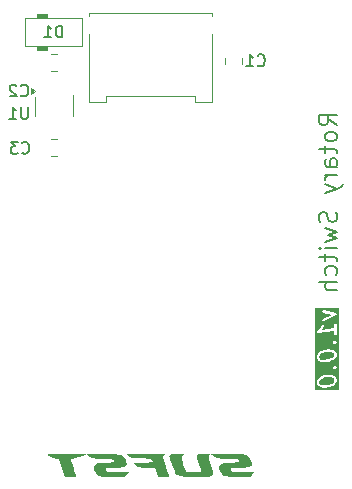
<source format=gbr>
%TF.GenerationSoftware,KiCad,Pcbnew,9.0.4*%
%TF.CreationDate,2026-01-27T14:59:29+00:00*%
%TF.ProjectId,rotary-switch,726f7461-7279-42d7-9377-697463682e6b,rev?*%
%TF.SameCoordinates,Original*%
%TF.FileFunction,Legend,Bot*%
%TF.FilePolarity,Positive*%
%FSLAX46Y46*%
G04 Gerber Fmt 4.6, Leading zero omitted, Abs format (unit mm)*
G04 Created by KiCad (PCBNEW 9.0.4) date 2026-01-27 14:59:29*
%MOMM*%
%LPD*%
G01*
G04 APERTURE LIST*
%ADD10C,0.200000*%
%ADD11C,0.150000*%
%ADD12C,0.120000*%
%ADD13C,0.000000*%
%ADD14C,0.100000*%
G04 APERTURE END LIST*
D10*
X126956027Y-43195862D02*
X126241741Y-42695862D01*
X126956027Y-42338719D02*
X125456027Y-42338719D01*
X125456027Y-42338719D02*
X125456027Y-42910148D01*
X125456027Y-42910148D02*
X125527456Y-43053005D01*
X125527456Y-43053005D02*
X125598884Y-43124434D01*
X125598884Y-43124434D02*
X125741741Y-43195862D01*
X125741741Y-43195862D02*
X125956027Y-43195862D01*
X125956027Y-43195862D02*
X126098884Y-43124434D01*
X126098884Y-43124434D02*
X126170313Y-43053005D01*
X126170313Y-43053005D02*
X126241741Y-42910148D01*
X126241741Y-42910148D02*
X126241741Y-42338719D01*
X126956027Y-44053005D02*
X126884599Y-43910148D01*
X126884599Y-43910148D02*
X126813170Y-43838719D01*
X126813170Y-43838719D02*
X126670313Y-43767291D01*
X126670313Y-43767291D02*
X126241741Y-43767291D01*
X126241741Y-43767291D02*
X126098884Y-43838719D01*
X126098884Y-43838719D02*
X126027456Y-43910148D01*
X126027456Y-43910148D02*
X125956027Y-44053005D01*
X125956027Y-44053005D02*
X125956027Y-44267291D01*
X125956027Y-44267291D02*
X126027456Y-44410148D01*
X126027456Y-44410148D02*
X126098884Y-44481577D01*
X126098884Y-44481577D02*
X126241741Y-44553005D01*
X126241741Y-44553005D02*
X126670313Y-44553005D01*
X126670313Y-44553005D02*
X126813170Y-44481577D01*
X126813170Y-44481577D02*
X126884599Y-44410148D01*
X126884599Y-44410148D02*
X126956027Y-44267291D01*
X126956027Y-44267291D02*
X126956027Y-44053005D01*
X125956027Y-44981577D02*
X125956027Y-45553005D01*
X125456027Y-45195862D02*
X126741741Y-45195862D01*
X126741741Y-45195862D02*
X126884599Y-45267291D01*
X126884599Y-45267291D02*
X126956027Y-45410148D01*
X126956027Y-45410148D02*
X126956027Y-45553005D01*
X126956027Y-46695863D02*
X126170313Y-46695863D01*
X126170313Y-46695863D02*
X126027456Y-46624434D01*
X126027456Y-46624434D02*
X125956027Y-46481577D01*
X125956027Y-46481577D02*
X125956027Y-46195863D01*
X125956027Y-46195863D02*
X126027456Y-46053005D01*
X126884599Y-46695863D02*
X126956027Y-46553005D01*
X126956027Y-46553005D02*
X126956027Y-46195863D01*
X126956027Y-46195863D02*
X126884599Y-46053005D01*
X126884599Y-46053005D02*
X126741741Y-45981577D01*
X126741741Y-45981577D02*
X126598884Y-45981577D01*
X126598884Y-45981577D02*
X126456027Y-46053005D01*
X126456027Y-46053005D02*
X126384599Y-46195863D01*
X126384599Y-46195863D02*
X126384599Y-46553005D01*
X126384599Y-46553005D02*
X126313170Y-46695863D01*
X126956027Y-47410148D02*
X125956027Y-47410148D01*
X126241741Y-47410148D02*
X126098884Y-47481577D01*
X126098884Y-47481577D02*
X126027456Y-47553006D01*
X126027456Y-47553006D02*
X125956027Y-47695863D01*
X125956027Y-47695863D02*
X125956027Y-47838720D01*
X125956027Y-48195862D02*
X126956027Y-48553005D01*
X125956027Y-48910148D02*
X126956027Y-48553005D01*
X126956027Y-48553005D02*
X127313170Y-48410148D01*
X127313170Y-48410148D02*
X127384599Y-48338719D01*
X127384599Y-48338719D02*
X127456027Y-48195862D01*
X126884599Y-50553005D02*
X126956027Y-50767291D01*
X126956027Y-50767291D02*
X126956027Y-51124433D01*
X126956027Y-51124433D02*
X126884599Y-51267291D01*
X126884599Y-51267291D02*
X126813170Y-51338719D01*
X126813170Y-51338719D02*
X126670313Y-51410148D01*
X126670313Y-51410148D02*
X126527456Y-51410148D01*
X126527456Y-51410148D02*
X126384599Y-51338719D01*
X126384599Y-51338719D02*
X126313170Y-51267291D01*
X126313170Y-51267291D02*
X126241741Y-51124433D01*
X126241741Y-51124433D02*
X126170313Y-50838719D01*
X126170313Y-50838719D02*
X126098884Y-50695862D01*
X126098884Y-50695862D02*
X126027456Y-50624433D01*
X126027456Y-50624433D02*
X125884599Y-50553005D01*
X125884599Y-50553005D02*
X125741741Y-50553005D01*
X125741741Y-50553005D02*
X125598884Y-50624433D01*
X125598884Y-50624433D02*
X125527456Y-50695862D01*
X125527456Y-50695862D02*
X125456027Y-50838719D01*
X125456027Y-50838719D02*
X125456027Y-51195862D01*
X125456027Y-51195862D02*
X125527456Y-51410148D01*
X125956027Y-51910147D02*
X126956027Y-52195862D01*
X126956027Y-52195862D02*
X126241741Y-52481576D01*
X126241741Y-52481576D02*
X126956027Y-52767290D01*
X126956027Y-52767290D02*
X125956027Y-53053004D01*
X126956027Y-53624433D02*
X125956027Y-53624433D01*
X125456027Y-53624433D02*
X125527456Y-53553005D01*
X125527456Y-53553005D02*
X125598884Y-53624433D01*
X125598884Y-53624433D02*
X125527456Y-53695862D01*
X125527456Y-53695862D02*
X125456027Y-53624433D01*
X125456027Y-53624433D02*
X125598884Y-53624433D01*
X125956027Y-54124434D02*
X125956027Y-54695862D01*
X125456027Y-54338719D02*
X126741741Y-54338719D01*
X126741741Y-54338719D02*
X126884599Y-54410148D01*
X126884599Y-54410148D02*
X126956027Y-54553005D01*
X126956027Y-54553005D02*
X126956027Y-54695862D01*
X126884599Y-55838720D02*
X126956027Y-55695862D01*
X126956027Y-55695862D02*
X126956027Y-55410148D01*
X126956027Y-55410148D02*
X126884599Y-55267291D01*
X126884599Y-55267291D02*
X126813170Y-55195862D01*
X126813170Y-55195862D02*
X126670313Y-55124434D01*
X126670313Y-55124434D02*
X126241741Y-55124434D01*
X126241741Y-55124434D02*
X126098884Y-55195862D01*
X126098884Y-55195862D02*
X126027456Y-55267291D01*
X126027456Y-55267291D02*
X125956027Y-55410148D01*
X125956027Y-55410148D02*
X125956027Y-55695862D01*
X125956027Y-55695862D02*
X126027456Y-55838720D01*
X126956027Y-56481576D02*
X125456027Y-56481576D01*
X126956027Y-57124434D02*
X126170313Y-57124434D01*
X126170313Y-57124434D02*
X126027456Y-57053005D01*
X126027456Y-57053005D02*
X125956027Y-56910148D01*
X125956027Y-56910148D02*
X125956027Y-56695862D01*
X125956027Y-56695862D02*
X126027456Y-56553005D01*
X126027456Y-56553005D02*
X126098884Y-56481576D01*
G36*
X126546226Y-64541844D02*
G01*
X126661017Y-64584891D01*
X126704977Y-64623355D01*
X126756028Y-64719076D01*
X126756028Y-64814580D01*
X126700266Y-64933075D01*
X126647980Y-64991896D01*
X126525813Y-65068250D01*
X126260513Y-65167738D01*
X125927457Y-65209370D01*
X125665827Y-65176666D01*
X125551038Y-65133620D01*
X125507080Y-65095156D01*
X125456028Y-64999434D01*
X125456028Y-64903931D01*
X125511791Y-64785434D01*
X125564074Y-64726615D01*
X125686239Y-64650262D01*
X125951544Y-64550773D01*
X126284600Y-64509141D01*
X126546226Y-64541844D01*
G37*
G36*
X126546226Y-62398987D02*
G01*
X126661017Y-62442034D01*
X126704977Y-62480498D01*
X126756028Y-62576219D01*
X126756028Y-62671723D01*
X126700266Y-62790218D01*
X126647980Y-62849039D01*
X126525813Y-62925393D01*
X126260513Y-63024881D01*
X125927457Y-63066513D01*
X125665827Y-63033809D01*
X125551038Y-62990763D01*
X125507080Y-62952299D01*
X125456028Y-62856577D01*
X125456028Y-62761074D01*
X125511791Y-62642577D01*
X125564074Y-62583758D01*
X125686239Y-62507405D01*
X125951544Y-62407916D01*
X126284600Y-62366284D01*
X126546226Y-62398987D01*
G37*
G36*
X127122695Y-65576557D02*
G01*
X125089361Y-65576557D01*
X125089361Y-64881577D01*
X125256028Y-64881577D01*
X125256028Y-65024434D01*
X125257949Y-65043943D01*
X125259829Y-65048483D01*
X125260307Y-65053375D01*
X125267793Y-65071493D01*
X125339222Y-65205422D01*
X125347311Y-65217553D01*
X125348189Y-65219328D01*
X125349244Y-65220451D01*
X125350097Y-65221731D01*
X125351622Y-65222984D01*
X125361606Y-65233620D01*
X125433035Y-65296121D01*
X125444688Y-65304452D01*
X125446181Y-65305847D01*
X125447647Y-65306568D01*
X125448982Y-65307522D01*
X125450923Y-65308178D01*
X125463773Y-65314496D01*
X125606630Y-65368067D01*
X125609184Y-65368748D01*
X125610218Y-65369336D01*
X125617942Y-65371083D01*
X125625571Y-65373118D01*
X125626755Y-65373077D01*
X125629338Y-65373662D01*
X125915054Y-65409377D01*
X125918750Y-65409473D01*
X125920264Y-65409890D01*
X125927457Y-65409701D01*
X125934650Y-65409890D01*
X125936163Y-65409473D01*
X125939861Y-65409377D01*
X126297003Y-65364734D01*
X126299585Y-65364149D01*
X126300771Y-65364190D01*
X126308405Y-65362154D01*
X126316123Y-65360408D01*
X126317155Y-65359820D01*
X126319712Y-65359139D01*
X126605427Y-65251996D01*
X126605635Y-65251893D01*
X126605752Y-65251874D01*
X126614397Y-65247585D01*
X126623019Y-65243347D01*
X126623104Y-65243266D01*
X126623314Y-65243163D01*
X126766171Y-65153877D01*
X126771405Y-65149841D01*
X126773515Y-65148819D01*
X126777452Y-65145179D01*
X126781697Y-65141908D01*
X126783057Y-65140000D01*
X126787912Y-65135514D01*
X126859340Y-65055157D01*
X126863288Y-65049725D01*
X126865037Y-65048134D01*
X126867750Y-65043585D01*
X126870866Y-65039300D01*
X126871641Y-65037065D01*
X126875082Y-65031299D01*
X126946510Y-64879513D01*
X126953079Y-64861043D01*
X126953191Y-64858652D01*
X126954107Y-64856443D01*
X126956028Y-64836934D01*
X126956028Y-64694077D01*
X126954107Y-64674568D01*
X126952226Y-64670027D01*
X126951749Y-64665136D01*
X126944263Y-64647018D01*
X126872835Y-64513090D01*
X126864741Y-64500952D01*
X126863867Y-64499183D01*
X126862815Y-64498062D01*
X126861960Y-64496780D01*
X126860430Y-64495522D01*
X126850450Y-64484891D01*
X126779021Y-64422391D01*
X126767371Y-64414062D01*
X126765876Y-64412665D01*
X126764405Y-64411942D01*
X126763074Y-64410990D01*
X126761135Y-64410334D01*
X126748284Y-64404016D01*
X126605427Y-64350444D01*
X126602869Y-64349761D01*
X126601837Y-64349175D01*
X126594121Y-64347429D01*
X126586485Y-64345393D01*
X126585299Y-64345433D01*
X126582717Y-64344849D01*
X126297003Y-64309135D01*
X126293306Y-64309038D01*
X126291793Y-64308622D01*
X126284599Y-64308810D01*
X126277407Y-64308622D01*
X126275893Y-64309038D01*
X126272196Y-64309135D01*
X125915053Y-64353778D01*
X125912470Y-64354362D01*
X125911286Y-64354322D01*
X125903657Y-64356356D01*
X125895933Y-64358104D01*
X125894899Y-64358691D01*
X125892345Y-64359373D01*
X125606630Y-64466516D01*
X125606418Y-64466619D01*
X125606304Y-64466639D01*
X125597719Y-64470896D01*
X125589037Y-64475165D01*
X125588951Y-64475245D01*
X125588742Y-64475349D01*
X125445885Y-64564634D01*
X125440648Y-64568671D01*
X125438541Y-64569693D01*
X125434605Y-64573329D01*
X125430360Y-64576603D01*
X125428999Y-64578510D01*
X125424144Y-64582998D01*
X125352716Y-64663355D01*
X125348768Y-64668785D01*
X125347020Y-64670377D01*
X125344303Y-64674930D01*
X125341191Y-64679212D01*
X125340417Y-64681442D01*
X125336975Y-64687211D01*
X125265546Y-64838997D01*
X125258977Y-64857467D01*
X125258864Y-64859858D01*
X125257949Y-64862068D01*
X125256028Y-64881577D01*
X125089361Y-64881577D01*
X125089361Y-63704741D01*
X126613430Y-63704741D01*
X126615450Y-63720907D01*
X126616407Y-63737168D01*
X126616580Y-63737525D01*
X126616607Y-63737924D01*
X126617905Y-63740549D01*
X126618269Y-63743457D01*
X126626319Y-63757614D01*
X126633429Y-63772278D01*
X126633728Y-63772544D01*
X126633904Y-63772899D01*
X126636713Y-63775892D01*
X126637557Y-63777375D01*
X126639589Y-63778956D01*
X126647321Y-63787192D01*
X126718750Y-63849692D01*
X126733501Y-63860238D01*
X126734021Y-63860700D01*
X126734266Y-63860785D01*
X126734697Y-63861093D01*
X126752831Y-63867225D01*
X126770884Y-63873489D01*
X126771281Y-63873465D01*
X126771658Y-63873593D01*
X126790674Y-63872324D01*
X126809835Y-63871198D01*
X126810195Y-63871023D01*
X126810590Y-63870997D01*
X126827672Y-63862549D01*
X126844944Y-63854175D01*
X126845332Y-63853815D01*
X126845565Y-63853701D01*
X126846021Y-63853178D01*
X126859341Y-63840870D01*
X126930769Y-63760513D01*
X126942295Y-63744655D01*
X126942424Y-63744280D01*
X126942687Y-63743981D01*
X126943626Y-63741203D01*
X126945424Y-63738892D01*
X126949743Y-63723183D01*
X126955083Y-63707793D01*
X126955059Y-63707395D01*
X126955187Y-63707019D01*
X126954992Y-63704098D01*
X126955770Y-63701270D01*
X126953747Y-63685094D01*
X126952792Y-63668842D01*
X126952618Y-63668483D01*
X126952592Y-63668088D01*
X126951293Y-63665462D01*
X126950930Y-63662553D01*
X126942876Y-63648391D01*
X126935769Y-63633732D01*
X126935472Y-63633468D01*
X126935296Y-63633112D01*
X126932483Y-63630116D01*
X126931642Y-63628636D01*
X126929611Y-63627056D01*
X126921879Y-63618820D01*
X126850451Y-63556320D01*
X126835694Y-63545769D01*
X126835179Y-63545311D01*
X126834935Y-63545226D01*
X126834504Y-63544918D01*
X126816349Y-63538778D01*
X126798316Y-63532522D01*
X126797918Y-63532545D01*
X126797542Y-63532418D01*
X126778397Y-63533694D01*
X126759365Y-63534814D01*
X126759009Y-63534986D01*
X126758610Y-63535013D01*
X126741373Y-63543536D01*
X126724256Y-63551836D01*
X126723869Y-63552192D01*
X126723635Y-63552309D01*
X126723173Y-63552836D01*
X126709859Y-63565141D01*
X126638430Y-63645497D01*
X126626905Y-63661355D01*
X126626774Y-63661730D01*
X126626512Y-63662031D01*
X126625573Y-63664807D01*
X126623775Y-63667119D01*
X126619456Y-63682825D01*
X126614116Y-63698218D01*
X126614139Y-63698616D01*
X126614012Y-63698993D01*
X126614206Y-63701915D01*
X126613430Y-63704741D01*
X125089361Y-63704741D01*
X125089361Y-62738720D01*
X125256028Y-62738720D01*
X125256028Y-62881577D01*
X125257949Y-62901086D01*
X125259829Y-62905626D01*
X125260307Y-62910518D01*
X125267793Y-62928636D01*
X125339222Y-63062565D01*
X125347311Y-63074696D01*
X125348189Y-63076471D01*
X125349244Y-63077594D01*
X125350097Y-63078874D01*
X125351622Y-63080127D01*
X125361606Y-63090763D01*
X125433035Y-63153264D01*
X125444688Y-63161595D01*
X125446181Y-63162990D01*
X125447647Y-63163711D01*
X125448982Y-63164665D01*
X125450923Y-63165321D01*
X125463773Y-63171639D01*
X125606630Y-63225210D01*
X125609184Y-63225891D01*
X125610218Y-63226479D01*
X125617942Y-63228226D01*
X125625571Y-63230261D01*
X125626755Y-63230220D01*
X125629338Y-63230805D01*
X125915054Y-63266520D01*
X125918750Y-63266616D01*
X125920264Y-63267033D01*
X125927457Y-63266844D01*
X125934650Y-63267033D01*
X125936163Y-63266616D01*
X125939861Y-63266520D01*
X126297003Y-63221877D01*
X126299585Y-63221292D01*
X126300771Y-63221333D01*
X126308405Y-63219297D01*
X126316123Y-63217551D01*
X126317155Y-63216963D01*
X126319712Y-63216282D01*
X126605427Y-63109139D01*
X126605635Y-63109036D01*
X126605752Y-63109017D01*
X126614397Y-63104728D01*
X126623019Y-63100490D01*
X126623104Y-63100409D01*
X126623314Y-63100306D01*
X126766171Y-63011020D01*
X126771405Y-63006984D01*
X126773515Y-63005962D01*
X126777452Y-63002322D01*
X126781697Y-62999051D01*
X126783057Y-62997143D01*
X126787912Y-62992657D01*
X126859340Y-62912300D01*
X126863288Y-62906868D01*
X126865037Y-62905277D01*
X126867750Y-62900728D01*
X126870866Y-62896443D01*
X126871641Y-62894208D01*
X126875082Y-62888442D01*
X126946510Y-62736656D01*
X126953079Y-62718186D01*
X126953191Y-62715795D01*
X126954107Y-62713586D01*
X126956028Y-62694077D01*
X126956028Y-62551220D01*
X126954107Y-62531711D01*
X126952226Y-62527170D01*
X126951749Y-62522279D01*
X126944263Y-62504161D01*
X126872835Y-62370233D01*
X126864741Y-62358095D01*
X126863867Y-62356326D01*
X126862815Y-62355205D01*
X126861960Y-62353923D01*
X126860430Y-62352665D01*
X126850450Y-62342034D01*
X126779021Y-62279534D01*
X126767371Y-62271205D01*
X126765876Y-62269808D01*
X126764405Y-62269085D01*
X126763074Y-62268133D01*
X126761135Y-62267477D01*
X126748284Y-62261159D01*
X126605427Y-62207587D01*
X126602869Y-62206904D01*
X126601837Y-62206318D01*
X126594121Y-62204572D01*
X126586485Y-62202536D01*
X126585299Y-62202576D01*
X126582717Y-62201992D01*
X126297003Y-62166278D01*
X126293306Y-62166181D01*
X126291793Y-62165765D01*
X126284599Y-62165953D01*
X126277407Y-62165765D01*
X126275893Y-62166181D01*
X126272196Y-62166278D01*
X125915053Y-62210921D01*
X125912470Y-62211505D01*
X125911286Y-62211465D01*
X125903657Y-62213499D01*
X125895933Y-62215247D01*
X125894899Y-62215834D01*
X125892345Y-62216516D01*
X125606630Y-62323659D01*
X125606418Y-62323762D01*
X125606304Y-62323782D01*
X125597719Y-62328039D01*
X125589037Y-62332308D01*
X125588951Y-62332388D01*
X125588742Y-62332492D01*
X125445885Y-62421777D01*
X125440648Y-62425814D01*
X125438541Y-62426836D01*
X125434605Y-62430472D01*
X125430360Y-62433746D01*
X125428999Y-62435653D01*
X125424144Y-62440141D01*
X125352716Y-62520498D01*
X125348768Y-62525928D01*
X125347020Y-62527520D01*
X125344303Y-62532073D01*
X125341191Y-62536355D01*
X125340417Y-62538585D01*
X125336975Y-62544354D01*
X125265546Y-62696140D01*
X125258977Y-62714610D01*
X125258864Y-62717001D01*
X125257949Y-62719211D01*
X125256028Y-62738720D01*
X125089361Y-62738720D01*
X125089361Y-61561884D01*
X126613430Y-61561884D01*
X126615450Y-61578050D01*
X126616407Y-61594311D01*
X126616580Y-61594668D01*
X126616607Y-61595067D01*
X126617905Y-61597692D01*
X126618269Y-61600600D01*
X126626319Y-61614757D01*
X126633429Y-61629421D01*
X126633728Y-61629687D01*
X126633904Y-61630042D01*
X126636713Y-61633035D01*
X126637557Y-61634518D01*
X126639589Y-61636099D01*
X126647321Y-61644335D01*
X126718750Y-61706835D01*
X126733501Y-61717381D01*
X126734021Y-61717843D01*
X126734266Y-61717928D01*
X126734697Y-61718236D01*
X126752831Y-61724368D01*
X126770884Y-61730632D01*
X126771281Y-61730608D01*
X126771658Y-61730736D01*
X126790674Y-61729467D01*
X126809835Y-61728341D01*
X126810195Y-61728166D01*
X126810590Y-61728140D01*
X126827672Y-61719692D01*
X126844944Y-61711318D01*
X126845332Y-61710958D01*
X126845565Y-61710844D01*
X126846021Y-61710321D01*
X126859341Y-61698013D01*
X126930769Y-61617656D01*
X126942295Y-61601798D01*
X126942424Y-61601423D01*
X126942687Y-61601124D01*
X126943626Y-61598346D01*
X126945424Y-61596035D01*
X126949743Y-61580326D01*
X126955083Y-61564936D01*
X126955059Y-61564538D01*
X126955187Y-61564162D01*
X126954992Y-61561241D01*
X126955770Y-61558413D01*
X126953747Y-61542237D01*
X126952792Y-61525985D01*
X126952618Y-61525626D01*
X126952592Y-61525231D01*
X126951293Y-61522605D01*
X126950930Y-61519696D01*
X126942876Y-61505534D01*
X126935769Y-61490875D01*
X126935472Y-61490611D01*
X126935296Y-61490255D01*
X126932483Y-61487259D01*
X126931642Y-61485779D01*
X126929611Y-61484199D01*
X126921879Y-61475963D01*
X126850451Y-61413463D01*
X126835694Y-61402912D01*
X126835179Y-61402454D01*
X126834935Y-61402369D01*
X126834504Y-61402061D01*
X126816349Y-61395921D01*
X126798316Y-61389665D01*
X126797918Y-61389688D01*
X126797542Y-61389561D01*
X126778397Y-61390837D01*
X126759365Y-61391957D01*
X126759009Y-61392129D01*
X126758610Y-61392156D01*
X126741373Y-61400679D01*
X126724256Y-61408979D01*
X126723869Y-61409335D01*
X126723635Y-61409452D01*
X126723173Y-61409979D01*
X126709859Y-61422284D01*
X126638430Y-61502640D01*
X126626905Y-61518498D01*
X126626774Y-61518873D01*
X126626512Y-61519174D01*
X126625573Y-61521950D01*
X126623775Y-61524262D01*
X126619456Y-61539968D01*
X126614116Y-61555361D01*
X126614139Y-61555759D01*
X126614012Y-61556136D01*
X126614206Y-61559058D01*
X126613430Y-61561884D01*
X125089361Y-61561884D01*
X125089361Y-60660099D01*
X125256287Y-60660099D01*
X125257239Y-60667718D01*
X125256353Y-60675342D01*
X125259635Y-60686892D01*
X125261126Y-60698816D01*
X125264921Y-60705490D01*
X125267020Y-60712874D01*
X125274477Y-60722293D01*
X125280414Y-60732733D01*
X125286472Y-60737445D01*
X125291239Y-60743466D01*
X125301733Y-60749314D01*
X125311213Y-60756688D01*
X125318614Y-60758723D01*
X125325321Y-60762461D01*
X125337252Y-60763848D01*
X125348835Y-60767033D01*
X125361739Y-60766695D01*
X125364078Y-60766967D01*
X125365368Y-60766600D01*
X125368431Y-60766520D01*
X126756028Y-60593070D01*
X126756028Y-60908363D01*
X126757949Y-60927872D01*
X126772881Y-60963920D01*
X126800471Y-60991510D01*
X126836519Y-61006442D01*
X126875537Y-61006442D01*
X126911585Y-60991510D01*
X126939175Y-60963920D01*
X126954107Y-60927872D01*
X126956028Y-60908363D01*
X126956028Y-60051220D01*
X126954107Y-60031711D01*
X126939175Y-59995663D01*
X126911585Y-59968073D01*
X126875537Y-59953141D01*
X126836519Y-59953141D01*
X126800471Y-59968073D01*
X126772881Y-59995663D01*
X126757949Y-60031711D01*
X126756028Y-60051220D01*
X126756028Y-60391513D01*
X125678755Y-60526172D01*
X125787912Y-60403372D01*
X125791860Y-60397939D01*
X125793608Y-60396349D01*
X125796323Y-60391797D01*
X125799437Y-60387514D01*
X125800210Y-60385283D01*
X125803653Y-60379515D01*
X125875082Y-60227729D01*
X125881651Y-60209259D01*
X125883489Y-60170284D01*
X125870273Y-60133572D01*
X125844014Y-60104712D01*
X125808710Y-60088099D01*
X125769735Y-60086260D01*
X125733023Y-60099476D01*
X125704163Y-60125735D01*
X125694118Y-60142569D01*
X125628836Y-60281291D01*
X125501386Y-60424672D01*
X125293958Y-60588887D01*
X125291754Y-60591013D01*
X125290587Y-60591678D01*
X125289140Y-60593537D01*
X125279854Y-60602503D01*
X125274005Y-60612997D01*
X125266632Y-60622477D01*
X125264596Y-60629878D01*
X125260859Y-60636585D01*
X125259471Y-60648516D01*
X125256287Y-60660099D01*
X125089361Y-60660099D01*
X125089361Y-58958760D01*
X125756078Y-58958760D01*
X125762472Y-58997251D01*
X125783108Y-59030365D01*
X125814846Y-59053062D01*
X125833415Y-59059345D01*
X126556881Y-59227292D01*
X125812598Y-59586143D01*
X125795859Y-59596346D01*
X125769873Y-59625452D01*
X125757003Y-59662287D01*
X125759209Y-59701242D01*
X125776154Y-59736389D01*
X125805260Y-59762375D01*
X125842095Y-59775245D01*
X125881050Y-59773039D01*
X125899458Y-59766297D01*
X126899458Y-59284155D01*
X126916197Y-59273952D01*
X126919830Y-59269882D01*
X126924459Y-59266998D01*
X126932722Y-59255442D01*
X126942183Y-59244846D01*
X126943982Y-59239697D01*
X126947155Y-59235260D01*
X126950367Y-59221420D01*
X126955053Y-59208011D01*
X126954744Y-59202565D01*
X126955978Y-59197253D01*
X126953651Y-59183243D01*
X126952848Y-59169055D01*
X126950478Y-59164140D01*
X126949585Y-59158762D01*
X126942074Y-59146710D01*
X126935902Y-59133909D01*
X126931831Y-59130274D01*
X126928948Y-59125648D01*
X126917394Y-59117385D01*
X126906796Y-59107923D01*
X126901648Y-59106124D01*
X126897211Y-59102951D01*
X126878641Y-59096668D01*
X125878641Y-58864525D01*
X125859203Y-58861985D01*
X125820712Y-58868379D01*
X125787598Y-58889015D01*
X125764901Y-58920753D01*
X125756078Y-58958760D01*
X125089361Y-58958760D01*
X125089361Y-58695318D01*
X127122695Y-58695318D01*
X127122695Y-65576557D01*
G37*
D11*
X120266666Y-38109580D02*
X120314285Y-38157200D01*
X120314285Y-38157200D02*
X120457142Y-38204819D01*
X120457142Y-38204819D02*
X120552380Y-38204819D01*
X120552380Y-38204819D02*
X120695237Y-38157200D01*
X120695237Y-38157200D02*
X120790475Y-38061961D01*
X120790475Y-38061961D02*
X120838094Y-37966723D01*
X120838094Y-37966723D02*
X120885713Y-37776247D01*
X120885713Y-37776247D02*
X120885713Y-37633390D01*
X120885713Y-37633390D02*
X120838094Y-37442914D01*
X120838094Y-37442914D02*
X120790475Y-37347676D01*
X120790475Y-37347676D02*
X120695237Y-37252438D01*
X120695237Y-37252438D02*
X120552380Y-37204819D01*
X120552380Y-37204819D02*
X120457142Y-37204819D01*
X120457142Y-37204819D02*
X120314285Y-37252438D01*
X120314285Y-37252438D02*
X120266666Y-37300057D01*
X119314285Y-38204819D02*
X119885713Y-38204819D01*
X119599999Y-38204819D02*
X119599999Y-37204819D01*
X119599999Y-37204819D02*
X119695237Y-37347676D01*
X119695237Y-37347676D02*
X119790475Y-37442914D01*
X119790475Y-37442914D02*
X119885713Y-37490533D01*
X103738094Y-35754820D02*
X103738094Y-34754820D01*
X103738094Y-34754820D02*
X103499999Y-34754820D01*
X103499999Y-34754820D02*
X103357142Y-34802439D01*
X103357142Y-34802439D02*
X103261904Y-34897677D01*
X103261904Y-34897677D02*
X103214285Y-34992915D01*
X103214285Y-34992915D02*
X103166666Y-35183391D01*
X103166666Y-35183391D02*
X103166666Y-35326248D01*
X103166666Y-35326248D02*
X103214285Y-35516724D01*
X103214285Y-35516724D02*
X103261904Y-35611962D01*
X103261904Y-35611962D02*
X103357142Y-35707201D01*
X103357142Y-35707201D02*
X103499999Y-35754820D01*
X103499999Y-35754820D02*
X103738094Y-35754820D01*
X102214285Y-35754820D02*
X102785713Y-35754820D01*
X102499999Y-35754820D02*
X102499999Y-34754820D01*
X102499999Y-34754820D02*
X102595237Y-34897677D01*
X102595237Y-34897677D02*
X102690475Y-34992915D01*
X102690475Y-34992915D02*
X102785713Y-35040534D01*
X100216666Y-40659580D02*
X100264285Y-40707200D01*
X100264285Y-40707200D02*
X100407142Y-40754819D01*
X100407142Y-40754819D02*
X100502380Y-40754819D01*
X100502380Y-40754819D02*
X100645237Y-40707200D01*
X100645237Y-40707200D02*
X100740475Y-40611961D01*
X100740475Y-40611961D02*
X100788094Y-40516723D01*
X100788094Y-40516723D02*
X100835713Y-40326247D01*
X100835713Y-40326247D02*
X100835713Y-40183390D01*
X100835713Y-40183390D02*
X100788094Y-39992914D01*
X100788094Y-39992914D02*
X100740475Y-39897676D01*
X100740475Y-39897676D02*
X100645237Y-39802438D01*
X100645237Y-39802438D02*
X100502380Y-39754819D01*
X100502380Y-39754819D02*
X100407142Y-39754819D01*
X100407142Y-39754819D02*
X100264285Y-39802438D01*
X100264285Y-39802438D02*
X100216666Y-39850057D01*
X99835713Y-39850057D02*
X99788094Y-39802438D01*
X99788094Y-39802438D02*
X99692856Y-39754819D01*
X99692856Y-39754819D02*
X99454761Y-39754819D01*
X99454761Y-39754819D02*
X99359523Y-39802438D01*
X99359523Y-39802438D02*
X99311904Y-39850057D01*
X99311904Y-39850057D02*
X99264285Y-39945295D01*
X99264285Y-39945295D02*
X99264285Y-40040533D01*
X99264285Y-40040533D02*
X99311904Y-40183390D01*
X99311904Y-40183390D02*
X99883332Y-40754819D01*
X99883332Y-40754819D02*
X99264285Y-40754819D01*
X100811904Y-41654819D02*
X100811904Y-42464342D01*
X100811904Y-42464342D02*
X100764285Y-42559580D01*
X100764285Y-42559580D02*
X100716666Y-42607200D01*
X100716666Y-42607200D02*
X100621428Y-42654819D01*
X100621428Y-42654819D02*
X100430952Y-42654819D01*
X100430952Y-42654819D02*
X100335714Y-42607200D01*
X100335714Y-42607200D02*
X100288095Y-42559580D01*
X100288095Y-42559580D02*
X100240476Y-42464342D01*
X100240476Y-42464342D02*
X100240476Y-41654819D01*
X99240476Y-42654819D02*
X99811904Y-42654819D01*
X99526190Y-42654819D02*
X99526190Y-41654819D01*
X99526190Y-41654819D02*
X99621428Y-41797676D01*
X99621428Y-41797676D02*
X99716666Y-41892914D01*
X99716666Y-41892914D02*
X99811904Y-41940533D01*
X100316666Y-45509580D02*
X100364285Y-45557200D01*
X100364285Y-45557200D02*
X100507142Y-45604819D01*
X100507142Y-45604819D02*
X100602380Y-45604819D01*
X100602380Y-45604819D02*
X100745237Y-45557200D01*
X100745237Y-45557200D02*
X100840475Y-45461961D01*
X100840475Y-45461961D02*
X100888094Y-45366723D01*
X100888094Y-45366723D02*
X100935713Y-45176247D01*
X100935713Y-45176247D02*
X100935713Y-45033390D01*
X100935713Y-45033390D02*
X100888094Y-44842914D01*
X100888094Y-44842914D02*
X100840475Y-44747676D01*
X100840475Y-44747676D02*
X100745237Y-44652438D01*
X100745237Y-44652438D02*
X100602380Y-44604819D01*
X100602380Y-44604819D02*
X100507142Y-44604819D01*
X100507142Y-44604819D02*
X100364285Y-44652438D01*
X100364285Y-44652438D02*
X100316666Y-44700057D01*
X99983332Y-44604819D02*
X99364285Y-44604819D01*
X99364285Y-44604819D02*
X99697618Y-44985771D01*
X99697618Y-44985771D02*
X99554761Y-44985771D01*
X99554761Y-44985771D02*
X99459523Y-45033390D01*
X99459523Y-45033390D02*
X99411904Y-45081009D01*
X99411904Y-45081009D02*
X99364285Y-45176247D01*
X99364285Y-45176247D02*
X99364285Y-45414342D01*
X99364285Y-45414342D02*
X99411904Y-45509580D01*
X99411904Y-45509580D02*
X99459523Y-45557200D01*
X99459523Y-45557200D02*
X99554761Y-45604819D01*
X99554761Y-45604819D02*
X99840475Y-45604819D01*
X99840475Y-45604819D02*
X99935713Y-45557200D01*
X99935713Y-45557200D02*
X99983332Y-45509580D01*
D12*
%TO.C,C1*%
X117475000Y-37991253D02*
X117475000Y-37468747D01*
X118945000Y-37991253D02*
X118945000Y-37468747D01*
D13*
%TO.C,G\u002A\u002A\u002A*%
G36*
X105625450Y-71089657D02*
G01*
X105451613Y-71200652D01*
X105152653Y-71321590D01*
X104792305Y-71404339D01*
X104761650Y-71409281D01*
X104607174Y-71435007D01*
X104495909Y-71454906D01*
X104450199Y-71465014D01*
X104456590Y-71494758D01*
X104486870Y-71596568D01*
X104537725Y-71757511D01*
X104604800Y-71963841D01*
X104683737Y-72201816D01*
X104748890Y-72397790D01*
X104820260Y-72615959D01*
X104876954Y-72793284D01*
X104914354Y-72915290D01*
X104927846Y-72967501D01*
X104901152Y-72978794D01*
X104801944Y-72988769D01*
X104646571Y-72993228D01*
X104453240Y-72991259D01*
X103978633Y-72978633D01*
X103708143Y-72214868D01*
X103437653Y-71451102D01*
X103237478Y-71422781D01*
X103186773Y-71413935D01*
X102995098Y-71359172D01*
X102796321Y-71277052D01*
X102621993Y-71181957D01*
X102503667Y-71088272D01*
X102491659Y-71074705D01*
X102478369Y-71054242D01*
X102482030Y-71037853D01*
X102510644Y-71025084D01*
X102572213Y-71015484D01*
X102674738Y-71008602D01*
X102826221Y-71003984D01*
X103034663Y-71001180D01*
X103308067Y-70999736D01*
X103654434Y-70999201D01*
X104081767Y-70999124D01*
X105740544Y-70999124D01*
X105625450Y-71089657D01*
G37*
G36*
X112351989Y-71129253D02*
G01*
X112255779Y-71259383D01*
X112528590Y-72103630D01*
X112543441Y-72149628D01*
X112625262Y-72404619D01*
X112696110Y-72627982D01*
X112751844Y-72806475D01*
X112788322Y-72926855D01*
X112801401Y-72975881D01*
X112773860Y-72984501D01*
X112673747Y-72991512D01*
X112517582Y-72993959D01*
X112323513Y-72991259D01*
X111845625Y-72978633D01*
X111711587Y-72600525D01*
X111577549Y-72222416D01*
X110932820Y-72200174D01*
X110903123Y-72199143D01*
X110655248Y-72189342D01*
X110476212Y-72178020D01*
X110347759Y-72162061D01*
X110251631Y-72138349D01*
X110169574Y-72103769D01*
X110083330Y-72055206D01*
X110009786Y-72008755D01*
X109883286Y-71918315D01*
X109798415Y-71843910D01*
X109785137Y-71828996D01*
X109766794Y-71801844D01*
X109773004Y-71782350D01*
X109814503Y-71769245D01*
X109902026Y-71761259D01*
X110046309Y-71757126D01*
X110258088Y-71755575D01*
X110548097Y-71755341D01*
X110761325Y-71755027D01*
X111015525Y-71752111D01*
X111195511Y-71743837D01*
X111310160Y-71727479D01*
X111368349Y-71700315D01*
X111378955Y-71659619D01*
X111350857Y-71602665D01*
X111292930Y-71526731D01*
X111264412Y-71494356D01*
X111224219Y-71464313D01*
X111165060Y-71442810D01*
X111072941Y-71427709D01*
X110933865Y-71416877D01*
X110733839Y-71408177D01*
X110458867Y-71399474D01*
X110253651Y-71393081D01*
X110029990Y-71384064D01*
X109867556Y-71372832D01*
X109750148Y-71356971D01*
X109661566Y-71334066D01*
X109585612Y-71301703D01*
X109506086Y-71257467D01*
X109491841Y-71249100D01*
X109384028Y-71185413D01*
X109303330Y-71133573D01*
X109255932Y-71092361D01*
X109248020Y-71060560D01*
X109285779Y-71036951D01*
X109375393Y-71020317D01*
X109523048Y-71009439D01*
X109734928Y-71003099D01*
X110017220Y-71000078D01*
X110376108Y-70999159D01*
X110817776Y-70999124D01*
X112448198Y-70999124D01*
X112351989Y-71129253D01*
G37*
G36*
X117654407Y-70999144D02*
G01*
X118107095Y-71001481D01*
X118480765Y-71009335D01*
X118784274Y-71025044D01*
X119026485Y-71050946D01*
X119216255Y-71089376D01*
X119362446Y-71142674D01*
X119473916Y-71213176D01*
X119559526Y-71303220D01*
X119628135Y-71415143D01*
X119688604Y-71551283D01*
X119729939Y-71665148D01*
X119765011Y-71824073D01*
X119751755Y-71947699D01*
X119683465Y-72040490D01*
X119553435Y-72106915D01*
X119354961Y-72151441D01*
X119081338Y-72178533D01*
X118725860Y-72192661D01*
X118492578Y-72199127D01*
X118272620Y-72210562D01*
X118124845Y-72229041D01*
X118039915Y-72258153D01*
X118008492Y-72301487D01*
X118021237Y-72362632D01*
X118068814Y-72445176D01*
X118141456Y-72556041D01*
X119054987Y-72556041D01*
X119968517Y-72556041D01*
X119777378Y-72782722D01*
X119586238Y-73009403D01*
X118651525Y-72989026D01*
X118496622Y-72985362D01*
X118160713Y-72974128D01*
X117897137Y-72958414D01*
X117693974Y-72936090D01*
X117539301Y-72905027D01*
X117421198Y-72863093D01*
X117327744Y-72808160D01*
X117247017Y-72738097D01*
X117228336Y-72717941D01*
X117143868Y-72591799D01*
X117070798Y-72433008D01*
X117018150Y-72268538D01*
X116994948Y-72125356D01*
X117010218Y-72030434D01*
X117040500Y-71987940D01*
X117133161Y-71909713D01*
X117270140Y-71851059D01*
X117462501Y-71809169D01*
X117721310Y-71781232D01*
X118057629Y-71764439D01*
X118268816Y-71757023D01*
X118464679Y-71747346D01*
X118594646Y-71735550D01*
X118671570Y-71719773D01*
X118708301Y-71698154D01*
X118717688Y-71668832D01*
X118717463Y-71650410D01*
X118708292Y-71581297D01*
X118677460Y-71529754D01*
X118613751Y-71492903D01*
X118505945Y-71467864D01*
X118342827Y-71451761D01*
X118113177Y-71441714D01*
X117805779Y-71434846D01*
X117650916Y-71431890D01*
X117396332Y-71425181D01*
X117206685Y-71415971D01*
X117065898Y-71402427D01*
X116957892Y-71382716D01*
X116866592Y-71355005D01*
X116775918Y-71317462D01*
X116687422Y-71273529D01*
X116544919Y-71186925D01*
X116445659Y-71106737D01*
X116344562Y-70999124D01*
X117595661Y-70999124D01*
X117654407Y-70999144D01*
G37*
G36*
X106999689Y-71000211D02*
G01*
X107209127Y-71000725D01*
X107645418Y-71005501D01*
X108004978Y-71017619D01*
X108296367Y-71039975D01*
X108528146Y-71075465D01*
X108708877Y-71126984D01*
X108847118Y-71197428D01*
X108951432Y-71289693D01*
X109030378Y-71406675D01*
X109092518Y-71551270D01*
X109146412Y-71726372D01*
X109146993Y-71728487D01*
X109171319Y-71846094D01*
X109155282Y-71922922D01*
X109090350Y-72000734D01*
X109066338Y-72023272D01*
X108961266Y-72093696D01*
X108822071Y-72143997D01*
X108635171Y-72176820D01*
X108386982Y-72194808D01*
X108063923Y-72200607D01*
X108030116Y-72200717D01*
X107812526Y-72204160D01*
X107628268Y-72211593D01*
X107495885Y-72222019D01*
X107433920Y-72234442D01*
X107421643Y-72244328D01*
X107407651Y-72301985D01*
X107442510Y-72410785D01*
X107502821Y-72554221D01*
X108428381Y-72566252D01*
X109353941Y-72578283D01*
X109155277Y-72793857D01*
X108956614Y-73009432D01*
X108020951Y-72994032D01*
X107774785Y-72989806D01*
X107520893Y-72984125D01*
X107330707Y-72976729D01*
X107189923Y-72965946D01*
X107084232Y-72950107D01*
X106999330Y-72927542D01*
X106920910Y-72896582D01*
X106834665Y-72855555D01*
X106748261Y-72811243D01*
X106631594Y-72734096D01*
X106554188Y-72642283D01*
X106486821Y-72506481D01*
X106446457Y-72405286D01*
X106392060Y-72195634D01*
X106402233Y-72039284D01*
X106476881Y-71930712D01*
X106542739Y-71891460D01*
X106717607Y-71834705D01*
X106961628Y-71791857D01*
X107262767Y-71764780D01*
X107608987Y-71755341D01*
X107761137Y-71753448D01*
X107931665Y-71745998D01*
X108052123Y-71734210D01*
X108103068Y-71719494D01*
X108103851Y-71667089D01*
X108071142Y-71574924D01*
X108062746Y-71558380D01*
X108040042Y-71524268D01*
X108004829Y-71499221D01*
X107944367Y-71481313D01*
X107845922Y-71468619D01*
X107696754Y-71459216D01*
X107484129Y-71451178D01*
X107195308Y-71442582D01*
X106892939Y-71431584D01*
X106606865Y-71413035D01*
X106384739Y-71385312D01*
X106213044Y-71345100D01*
X106078261Y-71289083D01*
X105966873Y-71213947D01*
X105865363Y-71116374D01*
X105757522Y-70999124D01*
X106999689Y-71000211D01*
G37*
G36*
X113921239Y-71102078D02*
G01*
X113853388Y-71196120D01*
X113824518Y-71280512D01*
X113836376Y-71360768D01*
X113872143Y-71505789D01*
X113925151Y-71690505D01*
X113988629Y-71893993D01*
X114055805Y-72095331D01*
X114119909Y-72273598D01*
X114174170Y-72407871D01*
X114211816Y-72477228D01*
X114223387Y-72488936D01*
X114269209Y-72517994D01*
X114341955Y-72537396D01*
X114457129Y-72548979D01*
X114630234Y-72554582D01*
X114876772Y-72556041D01*
X115020896Y-72556513D01*
X115225111Y-72554933D01*
X115362488Y-72539993D01*
X115440047Y-72499677D01*
X115464806Y-72421968D01*
X115443783Y-72294848D01*
X115383998Y-72106300D01*
X115292469Y-71844307D01*
X115208636Y-71597502D01*
X115153826Y-71417687D01*
X115126424Y-71291098D01*
X115124380Y-71202713D01*
X115145640Y-71137512D01*
X115188155Y-71080472D01*
X115191903Y-71076424D01*
X115235550Y-71042747D01*
X115301512Y-71020563D01*
X115406441Y-71007721D01*
X115566987Y-71002069D01*
X115799802Y-71001457D01*
X115954187Y-71002395D01*
X116127074Y-71005467D01*
X116230206Y-71012202D01*
X116275250Y-71024522D01*
X116273873Y-71044350D01*
X116237741Y-71073608D01*
X116209442Y-71095353D01*
X116167194Y-71146627D01*
X116147395Y-71217444D01*
X116151190Y-71320772D01*
X116179723Y-71469580D01*
X116234141Y-71676839D01*
X116315587Y-71955516D01*
X116333243Y-72015073D01*
X116396110Y-72236527D01*
X116447003Y-72430401D01*
X116481085Y-72577578D01*
X116493520Y-72658940D01*
X116485381Y-72725811D01*
X116431670Y-72812084D01*
X116316051Y-72879861D01*
X116125006Y-72939430D01*
X116117935Y-72941172D01*
X115993580Y-72962276D01*
X115818289Y-72976729D01*
X115582594Y-72984871D01*
X115277027Y-72987041D01*
X114892119Y-72983578D01*
X114718167Y-72980655D01*
X114354376Y-72970393D01*
X114064276Y-72954161D01*
X113837096Y-72930121D01*
X113662065Y-72896437D01*
X113528413Y-72851270D01*
X113425368Y-72792783D01*
X113342159Y-72719138D01*
X113300547Y-72649100D01*
X113238427Y-72512206D01*
X113162792Y-72327163D01*
X113080360Y-72112386D01*
X112997850Y-71886288D01*
X112921981Y-71667284D01*
X112859471Y-71473789D01*
X112817038Y-71324216D01*
X112801401Y-71236981D01*
X112824590Y-71173550D01*
X112890368Y-71088090D01*
X112896477Y-71082106D01*
X112945483Y-71045313D01*
X113012463Y-71021213D01*
X113115156Y-71007211D01*
X113271304Y-71000713D01*
X113498647Y-70999124D01*
X114017960Y-70999124D01*
X113921239Y-71102078D01*
G37*
D12*
%TO.C,D1*%
X100599989Y-34100002D02*
X105400000Y-34100003D01*
X100600000Y-36499997D02*
X100599989Y-34100002D01*
X105400000Y-34100003D02*
X105400011Y-36499998D01*
X105400011Y-36499998D02*
X100600000Y-36499997D01*
D14*
X102399995Y-34100001D02*
X101599999Y-34099994D01*
X101600002Y-33800002D01*
X102399996Y-33799989D01*
X102399995Y-34100001D01*
G36*
X102399995Y-34100001D02*
G01*
X101599999Y-34099994D01*
X101600002Y-33800002D01*
X102399996Y-33799989D01*
X102399995Y-34100001D01*
G37*
X102400001Y-36500002D02*
X102400006Y-36799996D01*
X101600001Y-36799997D01*
X101600003Y-36499996D01*
X102400001Y-36500002D01*
G36*
X102400001Y-36500002D02*
G01*
X102400006Y-36799996D01*
X101600001Y-36799997D01*
X101600003Y-36499996D01*
X102400001Y-36500002D01*
G37*
D12*
%TO.C,J1*%
X106008997Y-35499999D02*
X106008998Y-41249998D01*
X106008998Y-41249998D02*
X107428997Y-41250000D01*
X106009002Y-33659998D02*
X116378997Y-33659998D01*
X106009010Y-33959999D02*
X106009002Y-33659998D01*
X107428997Y-41250000D02*
X107428999Y-40750000D01*
X107428999Y-40750000D02*
X114958996Y-40750002D01*
X114958993Y-41249995D02*
X116378994Y-41250000D01*
X114958996Y-40750002D02*
X114958993Y-41249995D01*
X116378994Y-41250000D02*
X116379007Y-35500000D01*
X116378997Y-33659998D02*
X116378997Y-33960003D01*
%TO.C,C2*%
X102738747Y-37165000D02*
X103261253Y-37165000D01*
X102738747Y-38635000D02*
X103261253Y-38635000D01*
%TO.C,U1*%
X101390000Y-41600000D02*
X101390000Y-40800000D01*
X101390000Y-41600000D02*
X101390000Y-42400000D01*
X104610000Y-40600000D02*
X104610000Y-42400000D01*
X101440000Y-40299999D02*
X101110000Y-40540000D01*
X101110000Y-40060000D01*
X101440000Y-40299999D01*
G36*
X101440000Y-40299999D02*
G01*
X101110000Y-40540000D01*
X101110000Y-40060000D01*
X101440000Y-40299999D01*
G37*
%TO.C,C3*%
X102738748Y-44365000D02*
X103261252Y-44365000D01*
X102738748Y-45835000D02*
X103261252Y-45835000D01*
%TD*%
M02*

</source>
